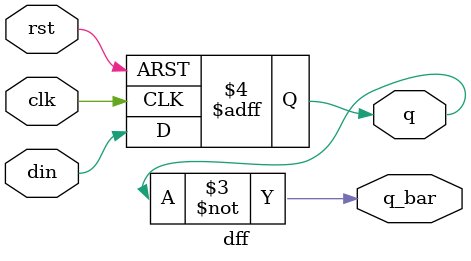
<source format=v>
`timescale 1ns / 1ps


module dff(
    input din,
    input clk,rst,
    output reg q,
    output q_bar
    );  

 always@(posedge clk, posedge rst)
 begin
    if (rst == 1)
            q <= 1'b0;
    else
            q <= din;
 
 end
 
 assign q_bar = ~q;
    
endmodule

</source>
